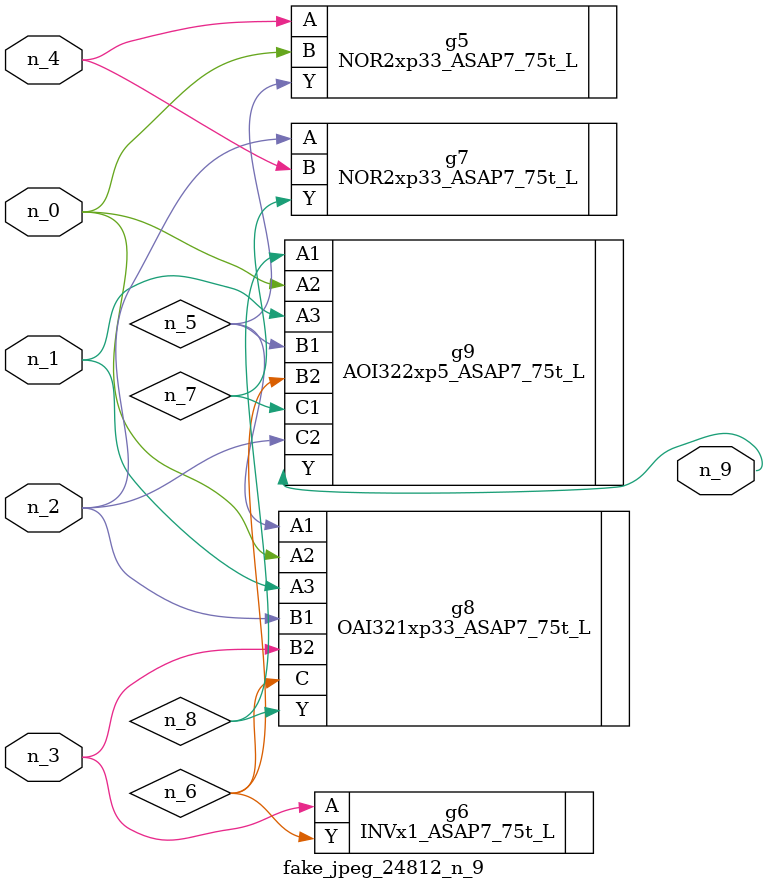
<source format=v>
module fake_jpeg_24812_n_9 (n_3, n_2, n_1, n_0, n_4, n_9);

input n_3;
input n_2;
input n_1;
input n_0;
input n_4;

output n_9;

wire n_8;
wire n_6;
wire n_5;
wire n_7;

NOR2xp33_ASAP7_75t_L g5 ( 
.A(n_4),
.B(n_0),
.Y(n_5)
);

INVx1_ASAP7_75t_L g6 ( 
.A(n_3),
.Y(n_6)
);

NOR2xp33_ASAP7_75t_L g7 ( 
.A(n_2),
.B(n_4),
.Y(n_7)
);

OAI321xp33_ASAP7_75t_L g8 ( 
.A1(n_5),
.A2(n_0),
.A3(n_1),
.B1(n_2),
.B2(n_3),
.C(n_6),
.Y(n_8)
);

AOI322xp5_ASAP7_75t_L g9 ( 
.A1(n_8),
.A2(n_0),
.A3(n_1),
.B1(n_5),
.B2(n_6),
.C1(n_7),
.C2(n_2),
.Y(n_9)
);


endmodule
</source>
